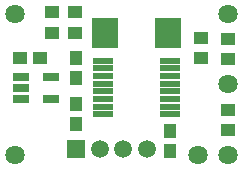
<source format=gbr>
G04 EAGLE Gerber RS-274X export*
G75*
%MOMM*%
%FSLAX34Y34*%
%LPD*%
%INSoldermask Top*%
%IPPOS*%
%AMOC8*
5,1,8,0,0,1.08239X$1,22.5*%
G01*
%ADD10R,1.127000X1.227000*%
%ADD11R,1.227000X1.127000*%
%ADD12R,1.498600X1.498600*%
%ADD13C,1.498600*%
%ADD14C,1.627000*%
%ADD15R,1.697000X0.477000*%
%ADD16R,2.227000X2.527000*%
%ADD17R,1.447800X0.685800*%


D10*
X63750Y77750D03*
X63750Y94750D03*
X63750Y56000D03*
X63750Y39000D03*
D11*
X16500Y95000D03*
X33500Y95000D03*
D10*
X143750Y33500D03*
X143750Y16500D03*
D12*
X63750Y17500D03*
D13*
X83750Y17500D03*
X103750Y17500D03*
X123750Y17500D03*
D14*
X192500Y12500D03*
X12500Y12500D03*
X192500Y132500D03*
X12500Y132500D03*
X192500Y72500D03*
D11*
X63250Y116500D03*
X63250Y133500D03*
X43750Y116500D03*
X43750Y133500D03*
X192500Y94000D03*
X192500Y111000D03*
X192500Y51000D03*
X192500Y34000D03*
D15*
X86300Y92750D03*
X86300Y86250D03*
X86300Y79750D03*
X86300Y73250D03*
X86300Y66750D03*
X86300Y60250D03*
X86300Y53750D03*
X86300Y47250D03*
X143700Y47250D03*
X143700Y53750D03*
X143700Y60250D03*
X143700Y66750D03*
X143700Y73250D03*
X143700Y79750D03*
X143700Y86250D03*
X143700Y92750D03*
D16*
X88690Y116250D03*
X141310Y116250D03*
D17*
X17046Y78648D03*
X17046Y69250D03*
X17046Y59852D03*
X42954Y59852D03*
X42954Y78648D03*
D11*
X170000Y94625D03*
X170000Y111625D03*
D14*
X167500Y12500D03*
M02*

</source>
